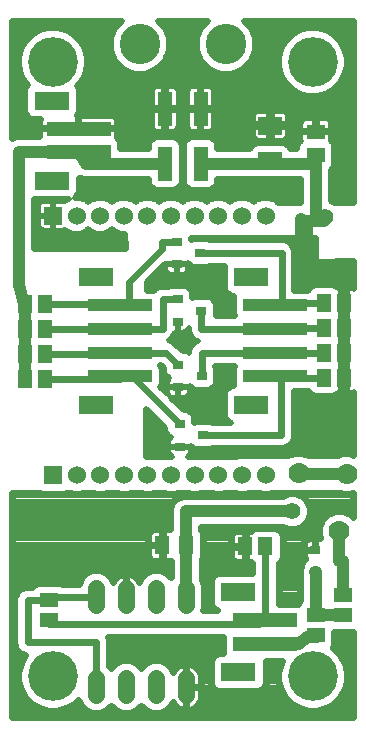
<source format=gbl>
G75*
G70*
%OFA0B0*%
%FSLAX24Y24*%
%IPPOS*%
%LPD*%
%AMOC8*
5,1,8,0,0,1.08239X$1,22.5*
%
%ADD10R,0.0787X0.0591*%
%ADD11R,0.0630X0.0512*%
%ADD12C,0.0560*%
%ADD13R,0.0512X0.0630*%
%ADD14R,0.0600X0.0600*%
%ADD15C,0.0600*%
%ADD16R,0.0354X0.0315*%
%ADD17R,0.0512X0.0591*%
%ADD18R,0.2165X0.0394*%
%ADD19R,0.1181X0.0630*%
%ADD20R,0.2165X0.0472*%
%ADD21R,0.0591X0.0512*%
%ADD22R,0.0500X0.1150*%
%ADD23C,0.1349*%
%ADD24C,0.1660*%
%ADD25C,0.0200*%
%ADD26C,0.0700*%
%ADD27C,0.0400*%
%ADD28C,0.0240*%
%ADD29C,0.0554*%
%ADD30C,0.0436*%
D10*
X009060Y018998D03*
X009060Y020179D03*
D11*
X010579Y019990D03*
X010579Y019203D03*
D12*
X006250Y004760D02*
X006250Y004200D01*
X005250Y004200D02*
X005250Y004760D01*
X004250Y004760D02*
X004250Y004200D01*
X003250Y004200D02*
X003250Y004760D01*
X003250Y001760D02*
X003250Y001200D01*
X004250Y001200D02*
X004250Y001760D01*
X005250Y001760D02*
X005250Y001200D01*
X006250Y001200D02*
X006250Y001760D01*
D13*
X006254Y006200D03*
X005466Y006200D03*
D14*
X001815Y008528D03*
X001815Y017189D03*
D15*
X002602Y017189D03*
X003390Y017189D03*
X004177Y017189D03*
X004964Y017189D03*
X005752Y017189D03*
X006539Y017189D03*
X007327Y017189D03*
X008114Y017189D03*
X008901Y017189D03*
X008901Y008528D03*
X008114Y008528D03*
X007327Y008528D03*
X006539Y008528D03*
X005752Y008528D03*
X004964Y008528D03*
X004177Y008528D03*
X003390Y008528D03*
X002602Y008528D03*
D16*
X006036Y009486D03*
X006036Y010234D03*
X005996Y011466D03*
X005996Y012214D03*
X005976Y013646D03*
X005976Y014394D03*
X005936Y015566D03*
X005936Y016314D03*
X006724Y015940D03*
X006764Y014020D03*
X006784Y011840D03*
X006824Y009860D03*
X010566Y006054D03*
X010566Y005306D03*
X011354Y005680D03*
D17*
X008895Y006160D03*
X008225Y006160D03*
X010850Y011784D03*
X010850Y012610D03*
X010850Y013437D03*
X010850Y014264D03*
X011520Y014264D03*
X011520Y013437D03*
X011520Y012610D03*
X011520Y011784D03*
X001559Y011756D03*
X001559Y012583D03*
X001559Y013410D03*
X001559Y014236D03*
X000890Y014236D03*
X000890Y013410D03*
X000890Y012583D03*
X000890Y011756D03*
D18*
X004052Y011831D03*
X004052Y012619D03*
X004052Y013406D03*
X004052Y014193D03*
X009216Y014193D03*
X009216Y013406D03*
X009216Y012619D03*
X009216Y011831D03*
D19*
X008429Y010886D03*
X008429Y015138D03*
X003264Y015138D03*
X001784Y018346D03*
X001784Y021024D03*
X003264Y010886D03*
X007994Y004644D03*
X007994Y001966D03*
D20*
X008880Y002911D03*
X008880Y003699D03*
X002670Y019291D03*
X002670Y020079D03*
D21*
X001690Y004375D03*
X001690Y003705D03*
X010570Y003875D03*
X010570Y003205D03*
X011480Y003885D03*
X011480Y004555D03*
D22*
X006736Y018921D03*
X006736Y020744D03*
X005555Y020744D03*
X005555Y018921D03*
D23*
X004709Y022898D03*
X007583Y022898D03*
D24*
X010476Y022307D03*
X001815Y022307D03*
X001815Y001835D03*
X010476Y001835D03*
D25*
X010338Y009164D02*
X010129Y009250D01*
X009871Y009250D01*
X009658Y009162D01*
X006308Y009152D01*
X006336Y009168D01*
X006374Y009206D01*
X006400Y009251D01*
X006413Y009302D01*
X006413Y009486D01*
X006036Y009486D01*
X005659Y009486D01*
X006036Y009486D01*
X006036Y009486D01*
X006413Y009486D01*
X006413Y009511D01*
X006477Y009448D01*
X006587Y009403D01*
X007061Y009403D01*
X007151Y009440D01*
X009504Y009440D01*
X009658Y009504D01*
X009776Y009622D01*
X009840Y009776D01*
X009840Y011334D01*
X010333Y011334D01*
X010340Y011318D01*
X010424Y011234D01*
X010535Y011188D01*
X011166Y011188D01*
X011276Y011234D01*
X011330Y011288D01*
X011492Y011288D01*
X011492Y011756D01*
X011547Y011756D01*
X011547Y011288D01*
X011802Y011288D01*
X011851Y011301D01*
X011851Y009180D01*
X011729Y009230D01*
X011471Y009230D01*
X011317Y009167D01*
X010338Y009164D01*
X010268Y009193D02*
X011380Y009193D01*
X011820Y009193D02*
X011851Y009193D01*
X011851Y009391D02*
X006413Y009391D01*
X006360Y009193D02*
X009732Y009193D01*
X009743Y009590D02*
X011851Y009590D01*
X011851Y009788D02*
X009840Y009788D01*
X009840Y009987D02*
X011851Y009987D01*
X011851Y010185D02*
X009840Y010185D01*
X009840Y010384D02*
X011851Y010384D01*
X011851Y010582D02*
X009840Y010582D01*
X009840Y010781D02*
X011851Y010781D01*
X011851Y010979D02*
X009840Y010979D01*
X009840Y011178D02*
X011851Y011178D01*
X011547Y011376D02*
X011492Y011376D01*
X011492Y011575D02*
X011547Y011575D01*
X011547Y011812D02*
X011492Y011812D01*
X011492Y012279D01*
X011492Y012582D01*
X011547Y012582D01*
X011547Y011812D01*
X011547Y011972D02*
X011492Y011972D01*
X011492Y012170D02*
X011547Y012170D01*
X011547Y012369D02*
X011492Y012369D01*
X011492Y012567D02*
X011547Y012567D01*
X011547Y012638D02*
X011492Y012638D01*
X011492Y013409D01*
X011547Y013409D01*
X011547Y012942D01*
X011547Y012638D01*
X011547Y012766D02*
X011492Y012766D01*
X011492Y012964D02*
X011547Y012964D01*
X011547Y013163D02*
X011492Y013163D01*
X011492Y013361D02*
X011547Y013361D01*
X011547Y013465D02*
X011492Y013465D01*
X011492Y013932D01*
X011492Y014236D01*
X011547Y014236D01*
X011547Y013465D01*
X011547Y013560D02*
X011492Y013560D01*
X011492Y013758D02*
X011547Y013758D01*
X011547Y013957D02*
X011492Y013957D01*
X011492Y014155D02*
X011547Y014155D01*
X011547Y014292D02*
X011492Y014292D01*
X011492Y014759D01*
X011330Y014759D01*
X011276Y014813D01*
X011166Y014859D01*
X010535Y014859D01*
X010424Y014813D01*
X010340Y014729D01*
X010324Y014690D01*
X009860Y014690D01*
X009860Y016024D01*
X009796Y016178D01*
X009678Y016296D01*
X009524Y016360D01*
X007051Y016360D01*
X006961Y016397D01*
X006487Y016397D01*
X006413Y016367D01*
X006413Y016435D01*
X010570Y016450D01*
X010570Y015640D01*
X011851Y015659D01*
X011851Y014746D01*
X011802Y014759D01*
X011547Y014759D01*
X011547Y014292D01*
X011547Y014354D02*
X011492Y014354D01*
X011492Y014552D02*
X011547Y014552D01*
X011547Y014751D02*
X011492Y014751D01*
X011834Y014751D02*
X011851Y014751D01*
X011851Y014949D02*
X009860Y014949D01*
X009860Y014751D02*
X010361Y014751D01*
X009860Y015148D02*
X011851Y015148D01*
X011851Y015346D02*
X009860Y015346D01*
X009860Y015545D02*
X011851Y015545D01*
X011851Y017610D02*
X011226Y017610D01*
X011217Y017619D01*
X011079Y017676D01*
X011079Y018708D01*
X011148Y018777D01*
X011194Y018887D01*
X011194Y019518D01*
X011148Y019629D01*
X011089Y019688D01*
X011094Y019708D01*
X011094Y019962D01*
X010607Y019962D01*
X010607Y020018D01*
X011094Y020018D01*
X011094Y020272D01*
X011080Y020323D01*
X011054Y020369D01*
X011017Y020406D01*
X010971Y020432D01*
X010920Y020446D01*
X010607Y020446D01*
X010607Y020018D01*
X010551Y020018D01*
X010551Y019962D01*
X010064Y019962D01*
X010064Y019708D01*
X010069Y019688D01*
X010010Y019629D01*
X009964Y019518D01*
X009964Y019421D01*
X009726Y019421D01*
X009708Y019463D01*
X009624Y019548D01*
X009514Y019593D01*
X008607Y019593D01*
X008497Y019548D01*
X008412Y019463D01*
X008395Y019421D01*
X007286Y019421D01*
X007286Y019556D01*
X007240Y019666D01*
X007156Y019751D01*
X007046Y019796D01*
X006426Y019796D01*
X006316Y019751D01*
X006232Y019666D01*
X006186Y019556D01*
X006186Y018287D01*
X006232Y018177D01*
X006316Y018092D01*
X006426Y018047D01*
X007046Y018047D01*
X007156Y018092D01*
X007240Y018177D01*
X007286Y018287D01*
X007286Y018421D01*
X008562Y018421D01*
X008607Y018403D01*
X009514Y018403D01*
X009559Y018421D01*
X010079Y018421D01*
X010079Y017610D01*
X009329Y017610D01*
X009241Y017698D01*
X009021Y017789D01*
X008782Y017789D01*
X008562Y017698D01*
X008508Y017644D01*
X008454Y017698D01*
X008233Y017789D01*
X007995Y017789D01*
X007774Y017698D01*
X007720Y017644D01*
X007666Y017698D01*
X007446Y017789D01*
X007207Y017789D01*
X006987Y017698D01*
X006933Y017644D01*
X006879Y017698D01*
X006659Y017789D01*
X006420Y017789D01*
X006199Y017698D01*
X006146Y017644D01*
X006092Y017698D01*
X005871Y017789D01*
X005632Y017789D01*
X005412Y017698D01*
X005358Y017644D01*
X005304Y017698D01*
X005084Y017789D01*
X004845Y017789D01*
X004625Y017698D01*
X004571Y017644D01*
X004517Y017698D01*
X004296Y017789D01*
X004058Y017789D01*
X003837Y017698D01*
X003783Y017644D01*
X003729Y017698D01*
X003509Y017789D01*
X003270Y017789D01*
X003050Y017698D01*
X002996Y017644D01*
X002942Y017698D01*
X002722Y017789D01*
X002557Y017789D01*
X002629Y017861D01*
X002675Y017972D01*
X002675Y018456D01*
X002684Y018450D01*
X002745Y018435D01*
X002803Y018411D01*
X002840Y018411D01*
X002877Y018402D01*
X002939Y018412D01*
X005005Y018419D01*
X005005Y018287D01*
X005051Y018177D01*
X005135Y018092D01*
X005245Y018047D01*
X005865Y018047D01*
X005975Y018092D01*
X006059Y018177D01*
X006105Y018287D01*
X006105Y019556D01*
X006059Y019666D01*
X005975Y019751D01*
X005865Y019796D01*
X005245Y019796D01*
X005135Y019751D01*
X005051Y019666D01*
X005005Y019556D01*
X005005Y019419D01*
X004053Y019416D01*
X004053Y019587D01*
X004007Y019697D01*
X003939Y019765D01*
X003953Y019816D01*
X003953Y020061D01*
X002688Y020061D01*
X002688Y020097D01*
X002652Y020097D01*
X002652Y020515D01*
X002605Y020515D01*
X002629Y020539D01*
X002675Y020649D01*
X002675Y021398D01*
X002629Y021508D01*
X002622Y021516D01*
X002719Y021613D01*
X002868Y021871D01*
X002945Y022158D01*
X002945Y022456D01*
X002868Y022743D01*
X002719Y023001D01*
X002509Y023211D01*
X002251Y023360D01*
X001964Y023437D01*
X001666Y023437D01*
X001379Y023360D01*
X001121Y023211D01*
X000911Y023001D01*
X000762Y022743D01*
X000685Y022456D01*
X000685Y022158D01*
X000762Y021871D01*
X000911Y021613D01*
X000978Y021547D01*
X000939Y021508D01*
X000894Y021398D01*
X000894Y020649D01*
X000939Y020539D01*
X001024Y020454D01*
X001134Y020409D01*
X001411Y020409D01*
X001401Y020392D01*
X001387Y020341D01*
X001387Y020097D01*
X002652Y020097D01*
X002652Y020061D01*
X001387Y020061D01*
X001387Y019816D01*
X001394Y019791D01*
X000574Y019791D01*
X000440Y019736D01*
X000440Y023682D01*
X004115Y023682D01*
X003882Y023450D01*
X003734Y023092D01*
X003734Y022704D01*
X003882Y022346D01*
X004157Y022072D01*
X004515Y021923D01*
X004902Y021923D01*
X005260Y022072D01*
X005535Y022346D01*
X005683Y022704D01*
X005683Y023092D01*
X005535Y023450D01*
X005302Y023682D01*
X006989Y023682D01*
X006756Y023450D01*
X006608Y023092D01*
X006608Y022704D01*
X006756Y022346D01*
X007031Y022072D01*
X007389Y021923D01*
X007776Y021923D01*
X008134Y022072D01*
X008409Y022346D01*
X008557Y022704D01*
X008557Y023092D01*
X008409Y023450D01*
X008176Y023682D01*
X011851Y023682D01*
X011851Y017610D01*
X011851Y017728D02*
X011079Y017728D01*
X011079Y017927D02*
X011851Y017927D01*
X011851Y018125D02*
X011079Y018125D01*
X011079Y018324D02*
X011851Y018324D01*
X011851Y018522D02*
X011079Y018522D01*
X011092Y018721D02*
X011851Y018721D01*
X011851Y018919D02*
X011194Y018919D01*
X011194Y019118D02*
X011851Y019118D01*
X011851Y019316D02*
X011194Y019316D01*
X011194Y019515D02*
X011851Y019515D01*
X011851Y019713D02*
X011094Y019713D01*
X011094Y019912D02*
X011851Y019912D01*
X011851Y020110D02*
X011094Y020110D01*
X011084Y020309D02*
X011851Y020309D01*
X011851Y020507D02*
X009652Y020507D01*
X009654Y020501D02*
X009640Y020552D01*
X009614Y020597D01*
X009577Y020634D01*
X009531Y020661D01*
X009480Y020674D01*
X009108Y020674D01*
X009108Y020227D01*
X009013Y020227D01*
X009013Y020674D01*
X008640Y020674D01*
X008589Y020661D01*
X008544Y020634D01*
X008507Y020597D01*
X008480Y020552D01*
X008467Y020501D01*
X008467Y020227D01*
X009013Y020227D01*
X009013Y020131D01*
X009108Y020131D01*
X009108Y019684D01*
X009480Y019684D01*
X009531Y019697D01*
X009577Y019724D01*
X009614Y019761D01*
X009640Y019807D01*
X009654Y019858D01*
X009654Y020131D01*
X009108Y020131D01*
X009108Y020227D01*
X009654Y020227D01*
X009654Y020501D01*
X009654Y020309D02*
X010074Y020309D01*
X010078Y020323D02*
X010064Y020272D01*
X010064Y020018D01*
X010551Y020018D01*
X010551Y020446D01*
X010238Y020446D01*
X010187Y020432D01*
X010141Y020406D01*
X010104Y020369D01*
X010078Y020323D01*
X010064Y020110D02*
X009654Y020110D01*
X009654Y019912D02*
X010064Y019912D01*
X010064Y019713D02*
X009558Y019713D01*
X009657Y019515D02*
X009964Y019515D01*
X010551Y020110D02*
X010607Y020110D01*
X010607Y020309D02*
X010551Y020309D01*
X010625Y021177D02*
X010327Y021177D01*
X010040Y021254D01*
X009782Y021403D01*
X009572Y021613D01*
X009423Y021871D01*
X009346Y022158D01*
X009346Y022456D01*
X009423Y022743D01*
X009572Y023001D01*
X009782Y023211D01*
X010040Y023360D01*
X010327Y023437D01*
X010625Y023437D01*
X010912Y023360D01*
X011170Y023211D01*
X011380Y023001D01*
X011529Y022743D01*
X011606Y022456D01*
X011606Y022158D01*
X011529Y021871D01*
X011380Y021613D01*
X011170Y021403D01*
X010912Y021254D01*
X010625Y021177D01*
X010993Y021301D02*
X011851Y021301D01*
X011851Y021103D02*
X007186Y021103D01*
X007186Y021301D02*
X009959Y021301D01*
X009686Y021500D02*
X007073Y021500D01*
X007063Y021505D02*
X007012Y021519D01*
X006761Y021519D01*
X006761Y020769D01*
X007186Y020769D01*
X007186Y021345D01*
X007172Y021396D01*
X007146Y021442D01*
X007109Y021479D01*
X007063Y021505D01*
X007007Y022095D02*
X005284Y022095D01*
X005482Y022294D02*
X006809Y022294D01*
X006696Y022492D02*
X005595Y022492D01*
X005677Y022691D02*
X006614Y022691D01*
X006608Y022889D02*
X005683Y022889D01*
X005683Y023088D02*
X006608Y023088D01*
X006689Y023286D02*
X005602Y023286D01*
X005500Y023485D02*
X006791Y023485D01*
X006711Y021519D02*
X006460Y021519D01*
X006409Y021505D01*
X006363Y021479D01*
X006326Y021442D01*
X006300Y021396D01*
X006286Y021345D01*
X006286Y020769D01*
X006711Y020769D01*
X006711Y020719D01*
X006761Y020719D01*
X006761Y019969D01*
X007012Y019969D01*
X007063Y019983D01*
X007109Y020009D01*
X007146Y020047D01*
X007172Y020092D01*
X007186Y020143D01*
X007186Y020719D01*
X006761Y020719D01*
X006761Y020769D01*
X006711Y020769D01*
X006711Y021519D01*
X006711Y021500D02*
X006761Y021500D01*
X006761Y021301D02*
X006711Y021301D01*
X006711Y021103D02*
X006761Y021103D01*
X006761Y020904D02*
X006711Y020904D01*
X006711Y020719D02*
X006286Y020719D01*
X006286Y020143D01*
X006300Y020092D01*
X006326Y020047D01*
X006363Y020009D01*
X006409Y019983D01*
X006460Y019969D01*
X006711Y019969D01*
X006711Y020719D01*
X006711Y020706D02*
X006761Y020706D01*
X006761Y020507D02*
X006711Y020507D01*
X006711Y020309D02*
X006761Y020309D01*
X006761Y020110D02*
X006711Y020110D01*
X006295Y020110D02*
X005996Y020110D01*
X005991Y020092D02*
X006005Y020143D01*
X006005Y020719D01*
X005580Y020719D01*
X005580Y019969D01*
X005831Y019969D01*
X005882Y019983D01*
X005928Y020009D01*
X005965Y020047D01*
X005991Y020092D01*
X006005Y020309D02*
X006286Y020309D01*
X006286Y020507D02*
X006005Y020507D01*
X006005Y020706D02*
X006286Y020706D01*
X006286Y020904D02*
X006005Y020904D01*
X006005Y020769D02*
X006005Y021345D01*
X005991Y021396D01*
X005965Y021442D01*
X005928Y021479D01*
X005882Y021505D01*
X005831Y021519D01*
X005580Y021519D01*
X005580Y020769D01*
X006005Y020769D01*
X006005Y021103D02*
X006286Y021103D01*
X006286Y021301D02*
X006005Y021301D01*
X005892Y021500D02*
X006399Y021500D01*
X005580Y021500D02*
X005530Y021500D01*
X005530Y021519D02*
X005279Y021519D01*
X005228Y021505D01*
X005182Y021479D01*
X005145Y021442D01*
X005119Y021396D01*
X005105Y021345D01*
X005105Y020769D01*
X005530Y020769D01*
X005530Y020719D01*
X005580Y020719D01*
X005580Y020769D01*
X005530Y020769D01*
X005530Y021519D01*
X005530Y021301D02*
X005580Y021301D01*
X005580Y021103D02*
X005530Y021103D01*
X005530Y020904D02*
X005580Y020904D01*
X005530Y020719D02*
X005105Y020719D01*
X005105Y020143D01*
X005119Y020092D01*
X005145Y020047D01*
X005182Y020009D01*
X005228Y019983D01*
X005279Y019969D01*
X005530Y019969D01*
X005530Y020719D01*
X005530Y020706D02*
X005580Y020706D01*
X005580Y020507D02*
X005530Y020507D01*
X005530Y020309D02*
X005580Y020309D01*
X005580Y020110D02*
X005530Y020110D01*
X005114Y020110D02*
X003953Y020110D01*
X003953Y020097D02*
X003953Y020341D01*
X003939Y020392D01*
X003913Y020438D01*
X003876Y020475D01*
X003830Y020501D01*
X003779Y020515D01*
X002688Y020515D01*
X002688Y020097D01*
X003953Y020097D01*
X003953Y019912D02*
X008467Y019912D01*
X008467Y019858D02*
X008467Y020131D01*
X009013Y020131D01*
X009013Y019684D01*
X008640Y019684D01*
X008589Y019697D01*
X008544Y019724D01*
X008507Y019761D01*
X008480Y019807D01*
X008467Y019858D01*
X008563Y019713D02*
X007194Y019713D01*
X007286Y019515D02*
X008464Y019515D01*
X008467Y020110D02*
X007177Y020110D01*
X007186Y020309D02*
X008467Y020309D01*
X008468Y020507D02*
X007186Y020507D01*
X007186Y020706D02*
X011851Y020706D01*
X011851Y020904D02*
X007186Y020904D01*
X006279Y019713D02*
X006012Y019713D01*
X006105Y019515D02*
X006186Y019515D01*
X006186Y019316D02*
X006105Y019316D01*
X006105Y019118D02*
X006186Y019118D01*
X006186Y018919D02*
X006105Y018919D01*
X006105Y018721D02*
X006186Y018721D01*
X006186Y018522D02*
X006105Y018522D01*
X006105Y018324D02*
X006186Y018324D01*
X006283Y018125D02*
X006008Y018125D01*
X006019Y017728D02*
X006272Y017728D01*
X006806Y017728D02*
X007060Y017728D01*
X007189Y018125D02*
X010079Y018125D01*
X010079Y017927D02*
X002656Y017927D01*
X002675Y018125D02*
X005102Y018125D01*
X005005Y018324D02*
X002675Y018324D01*
X002869Y017728D02*
X003123Y017728D01*
X003656Y017728D02*
X003910Y017728D01*
X003783Y016734D02*
X003837Y016680D01*
X004058Y016589D01*
X004217Y016589D01*
X004237Y016078D01*
X001173Y016078D01*
X001173Y017731D01*
X002344Y017731D01*
X002262Y017698D01*
X002222Y017658D01*
X002192Y017676D01*
X002141Y017689D01*
X001815Y017689D01*
X001815Y017189D01*
X001815Y016689D01*
X002141Y016689D01*
X002192Y016703D01*
X002222Y016720D01*
X002262Y016680D01*
X002483Y016589D01*
X002722Y016589D01*
X002942Y016680D01*
X002996Y016734D01*
X003050Y016680D01*
X003270Y016589D01*
X003509Y016589D01*
X003729Y016680D01*
X003783Y016734D01*
X004219Y016537D02*
X001173Y016537D01*
X001173Y016339D02*
X004227Y016339D01*
X004235Y016140D02*
X001173Y016140D01*
X001173Y016736D02*
X001386Y016736D01*
X001392Y016729D02*
X001438Y016703D01*
X001488Y016689D01*
X001815Y016689D01*
X001815Y017189D01*
X001815Y017189D01*
X001815Y017189D01*
X001315Y017189D01*
X001315Y016863D01*
X001328Y016812D01*
X001355Y016766D01*
X001392Y016729D01*
X001315Y016934D02*
X001173Y016934D01*
X001173Y017133D02*
X001315Y017133D01*
X001315Y017189D02*
X001815Y017189D01*
X001815Y017189D01*
X001815Y017689D01*
X001488Y017689D01*
X001438Y017676D01*
X001392Y017649D01*
X001355Y017612D01*
X001328Y017566D01*
X001315Y017515D01*
X001315Y017189D01*
X001315Y017331D02*
X001173Y017331D01*
X001173Y017530D02*
X001319Y017530D01*
X001173Y017728D02*
X002335Y017728D01*
X001815Y017530D02*
X001815Y017530D01*
X001815Y017331D02*
X001815Y017331D01*
X001815Y017133D02*
X001815Y017133D01*
X001815Y016934D02*
X001815Y016934D01*
X001815Y016736D02*
X001815Y016736D01*
X001387Y019912D02*
X000440Y019912D01*
X000440Y020110D02*
X001387Y020110D01*
X001387Y020309D02*
X000440Y020309D01*
X000440Y020507D02*
X000971Y020507D01*
X000894Y020706D02*
X000440Y020706D01*
X000440Y020904D02*
X000894Y020904D01*
X000894Y021103D02*
X000440Y021103D01*
X000440Y021301D02*
X000894Y021301D01*
X000936Y021500D02*
X000440Y021500D01*
X000440Y021698D02*
X000862Y021698D01*
X000755Y021897D02*
X000440Y021897D01*
X000440Y022095D02*
X000702Y022095D01*
X000685Y022294D02*
X000440Y022294D01*
X000440Y022492D02*
X000695Y022492D01*
X000748Y022691D02*
X000440Y022691D01*
X000440Y022889D02*
X000846Y022889D01*
X000997Y023088D02*
X000440Y023088D01*
X000440Y023286D02*
X001250Y023286D01*
X000440Y023485D02*
X003917Y023485D01*
X003815Y023286D02*
X002379Y023286D01*
X002632Y023088D02*
X003734Y023088D01*
X003734Y022889D02*
X002784Y022889D01*
X002882Y022691D02*
X003740Y022691D01*
X003822Y022492D02*
X002935Y022492D01*
X002945Y022294D02*
X003935Y022294D01*
X004133Y022095D02*
X002928Y022095D01*
X002875Y021897D02*
X009416Y021897D01*
X009363Y022095D02*
X008158Y022095D01*
X008356Y022294D02*
X009346Y022294D01*
X009356Y022492D02*
X008469Y022492D01*
X008551Y022691D02*
X009409Y022691D01*
X009507Y022889D02*
X008557Y022889D01*
X008557Y023088D02*
X009659Y023088D01*
X009912Y023286D02*
X008476Y023286D01*
X008374Y023485D02*
X011851Y023485D01*
X011851Y023286D02*
X011041Y023286D01*
X011294Y023088D02*
X011851Y023088D01*
X011851Y022889D02*
X011445Y022889D01*
X011543Y022691D02*
X011851Y022691D01*
X011851Y022492D02*
X011596Y022492D01*
X011606Y022294D02*
X011851Y022294D01*
X011851Y022095D02*
X011589Y022095D01*
X011536Y021897D02*
X011851Y021897D01*
X011851Y021698D02*
X011429Y021698D01*
X011266Y021500D02*
X011851Y021500D01*
X010079Y018324D02*
X007286Y018324D01*
X007593Y017728D02*
X007847Y017728D01*
X008381Y017728D02*
X008635Y017728D01*
X009168Y017728D02*
X010079Y017728D01*
X010570Y016339D02*
X009575Y016339D01*
X009812Y016140D02*
X010570Y016140D01*
X010570Y015942D02*
X009860Y015942D01*
X009860Y015743D02*
X010570Y015743D01*
X009108Y019713D02*
X009013Y019713D01*
X009013Y019912D02*
X009108Y019912D01*
X009108Y020110D02*
X009013Y020110D01*
X009013Y020309D02*
X009108Y020309D01*
X009108Y020507D02*
X009013Y020507D01*
X009523Y021698D02*
X002768Y021698D01*
X002633Y021500D02*
X005218Y021500D01*
X005105Y021301D02*
X002675Y021301D01*
X002675Y021103D02*
X005105Y021103D01*
X005105Y020904D02*
X002675Y020904D01*
X002675Y020706D02*
X005105Y020706D01*
X005105Y020507D02*
X003808Y020507D01*
X003953Y020309D02*
X005105Y020309D01*
X005098Y019713D02*
X003991Y019713D01*
X004053Y019515D02*
X005005Y019515D01*
X005231Y017728D02*
X005485Y017728D01*
X004698Y017728D02*
X004444Y017728D01*
X005559Y015585D02*
X005559Y015566D01*
X005936Y015566D01*
X005559Y015566D01*
X005559Y015382D01*
X005573Y015331D01*
X005599Y015286D01*
X005636Y015248D01*
X005682Y015222D01*
X005733Y015209D01*
X005936Y015209D01*
X005936Y015566D01*
X005936Y015566D01*
X005936Y015566D01*
X005936Y015209D01*
X006140Y015209D01*
X006191Y015222D01*
X006236Y015248D01*
X006274Y015286D01*
X006300Y015331D01*
X006313Y015382D01*
X006313Y015566D01*
X005936Y015566D01*
X006313Y015566D01*
X006313Y015591D01*
X006377Y015528D01*
X006487Y015483D01*
X006961Y015483D01*
X007051Y015520D01*
X007541Y015520D01*
X007538Y015513D01*
X007538Y014764D01*
X007584Y014653D01*
X007668Y014569D01*
X007779Y014523D01*
X007864Y014523D01*
X007834Y014450D01*
X007834Y013937D01*
X007879Y013827D01*
X007880Y013826D01*
X007241Y013826D01*
X007241Y014237D01*
X007195Y014347D01*
X007111Y014432D01*
X007001Y014477D01*
X006527Y014477D01*
X006453Y014447D01*
X006453Y014611D01*
X006408Y014721D01*
X006323Y014806D01*
X006213Y014851D01*
X005739Y014851D01*
X005649Y014814D01*
X005385Y014814D01*
X005230Y014750D01*
X005171Y014690D01*
X004937Y014690D01*
X004937Y014963D01*
X005559Y015585D01*
X005559Y015545D02*
X005518Y015545D01*
X005569Y015346D02*
X005320Y015346D01*
X005121Y015148D02*
X007538Y015148D01*
X007538Y015346D02*
X006304Y015346D01*
X006313Y015545D02*
X006360Y015545D01*
X005936Y015545D02*
X005936Y015545D01*
X005936Y015566D02*
X005936Y015566D01*
X005936Y015346D02*
X005936Y015346D01*
X006379Y014751D02*
X007544Y014751D01*
X007538Y014949D02*
X004937Y014949D01*
X004937Y014751D02*
X005232Y014751D01*
X005976Y013646D02*
X005976Y013289D01*
X005873Y013289D01*
X005824Y013172D01*
X005706Y013054D01*
X005670Y013039D01*
X005675Y013039D01*
X005830Y012975D01*
X005948Y012857D01*
X006133Y012671D01*
X006233Y012671D01*
X006343Y012626D01*
X006364Y012606D01*
X006364Y012694D01*
X006428Y012848D01*
X006546Y012966D01*
X006637Y013004D01*
X006526Y013050D01*
X006408Y013168D01*
X006344Y013323D01*
X006344Y013426D01*
X006340Y013411D01*
X006314Y013366D01*
X006276Y013328D01*
X006231Y013302D01*
X006180Y013289D01*
X005976Y013289D01*
X005976Y013646D01*
X005976Y013646D01*
X005976Y013560D02*
X005976Y013560D01*
X005976Y013361D02*
X005976Y013361D01*
X005815Y013163D02*
X006413Y013163D01*
X006344Y013361D02*
X006309Y013361D01*
X006543Y012964D02*
X005840Y012964D01*
X006039Y012766D02*
X006393Y012766D01*
X005696Y011783D02*
X005659Y011746D01*
X005633Y011701D01*
X005619Y011650D01*
X005619Y011466D01*
X005996Y011466D01*
X005619Y011466D01*
X005619Y011282D01*
X005633Y011232D01*
X005392Y011472D01*
X005434Y011575D01*
X005434Y012088D01*
X005389Y012198D01*
X005388Y012199D01*
X005418Y012199D01*
X005519Y012097D01*
X005519Y011997D01*
X005565Y011887D01*
X005649Y011802D01*
X005696Y011783D01*
X005686Y011773D02*
X005434Y011773D01*
X005434Y011575D02*
X005619Y011575D01*
X005619Y011376D02*
X005488Y011376D01*
X005742Y011122D02*
X005793Y011109D01*
X005996Y011109D01*
X005996Y011466D01*
X005996Y011466D01*
X005996Y011466D01*
X005996Y011109D01*
X006200Y011109D01*
X006251Y011122D01*
X006296Y011148D01*
X006334Y011186D01*
X006360Y011231D01*
X006373Y011282D01*
X006373Y011466D01*
X005996Y011466D01*
X006373Y011466D01*
X006373Y011491D01*
X006437Y011428D01*
X006547Y011383D01*
X007021Y011383D01*
X007131Y011428D01*
X007215Y011513D01*
X007261Y011623D01*
X007261Y012057D01*
X007215Y012167D01*
X007204Y012179D01*
X007204Y012190D01*
X007876Y012190D01*
X007834Y012088D01*
X007834Y011575D01*
X007864Y011501D01*
X007779Y011501D01*
X007668Y011456D01*
X007584Y011371D01*
X007538Y011261D01*
X007538Y010512D01*
X007584Y010401D01*
X007668Y010317D01*
X007758Y010280D01*
X007151Y010280D01*
X007061Y010317D01*
X006587Y010317D01*
X006513Y010287D01*
X006513Y010451D01*
X006468Y010561D01*
X006383Y010646D01*
X006273Y010691D01*
X006173Y010691D01*
X005742Y011122D01*
X005885Y010979D02*
X007538Y010979D01*
X007538Y010781D02*
X006084Y010781D01*
X005996Y011178D02*
X005996Y011178D01*
X005996Y011376D02*
X005996Y011376D01*
X005996Y011466D02*
X005996Y011466D01*
X006373Y011376D02*
X007589Y011376D01*
X007538Y011178D02*
X006325Y011178D01*
X006447Y010582D02*
X007538Y010582D01*
X007602Y010384D02*
X006513Y010384D01*
X006036Y009486D02*
X006036Y009486D01*
X005767Y009151D02*
X004921Y009148D01*
X004926Y010751D01*
X005559Y010117D01*
X005559Y010017D01*
X005605Y009907D01*
X005689Y009822D01*
X005736Y009803D01*
X005699Y009766D01*
X005673Y009721D01*
X005659Y009670D01*
X005659Y009486D01*
X005659Y009302D01*
X005673Y009251D01*
X005699Y009206D01*
X005736Y009168D01*
X005767Y009151D01*
X005712Y009193D02*
X004921Y009193D01*
X004922Y009391D02*
X005659Y009391D01*
X005659Y009590D02*
X004923Y009590D01*
X004923Y009788D02*
X005721Y009788D01*
X005572Y009987D02*
X004924Y009987D01*
X004924Y010185D02*
X005491Y010185D01*
X005293Y010384D02*
X004925Y010384D01*
X004925Y010582D02*
X005094Y010582D01*
X005434Y011972D02*
X005530Y011972D01*
X005446Y012170D02*
X005400Y012170D01*
X006453Y014552D02*
X007710Y014552D01*
X007834Y014354D02*
X007189Y014354D01*
X007241Y014155D02*
X007834Y014155D01*
X007834Y013957D02*
X007241Y013957D01*
X007213Y012170D02*
X007868Y012170D01*
X007834Y011972D02*
X007261Y011972D01*
X007261Y011773D02*
X007834Y011773D01*
X007834Y011575D02*
X007241Y011575D01*
X002688Y020110D02*
X002652Y020110D01*
X002652Y020309D02*
X002688Y020309D01*
X002688Y020507D02*
X002652Y020507D01*
D26*
X010000Y008600D03*
X011350Y006660D03*
X011600Y008580D03*
D27*
X011580Y008590D02*
X010000Y008590D01*
X009780Y007330D02*
X006240Y007330D01*
X006240Y006200D01*
X006254Y006200D02*
X006254Y004484D01*
X008880Y002911D02*
X010031Y002911D01*
X010270Y003150D01*
X010605Y003150D01*
X010570Y003205D01*
X010570Y003875D02*
X010570Y003885D01*
X010570Y005306D01*
X010566Y005306D01*
X010570Y003885D02*
X011480Y003885D01*
X011480Y004555D02*
X011480Y005680D01*
X011354Y005680D01*
X011354Y006660D01*
X011350Y006660D01*
X011500Y011220D02*
X011500Y014840D01*
X011490Y014840D01*
X010840Y017020D02*
X010280Y017020D01*
X010280Y016340D01*
X010250Y016340D01*
X010250Y016310D01*
X010080Y016310D01*
X010080Y017070D01*
X010579Y017130D02*
X010579Y018921D01*
X010579Y019203D01*
X010579Y018921D02*
X006736Y018921D01*
X005555Y018921D02*
X002900Y018911D01*
X002670Y019291D01*
X000673Y019291D01*
X000673Y014890D01*
X000860Y014236D01*
X000890Y014236D01*
X000890Y013410D01*
X000890Y012583D01*
X000890Y011756D01*
X010579Y017130D02*
X010890Y017130D01*
D28*
X000460Y007937D02*
X000460Y000480D01*
X011831Y000480D01*
X011831Y003309D01*
X011185Y003309D01*
X011185Y002886D01*
X011141Y002779D01*
X011182Y002755D01*
X011396Y002541D01*
X011548Y002279D01*
X011626Y001986D01*
X011626Y001683D01*
X011548Y001391D01*
X011396Y001129D01*
X011182Y000915D01*
X010920Y000763D01*
X010628Y000685D01*
X010325Y000685D01*
X010032Y000763D01*
X009770Y000915D01*
X009556Y001129D01*
X009405Y001391D01*
X009326Y001683D01*
X009326Y001986D01*
X009405Y002279D01*
X009449Y002355D01*
X008901Y002355D01*
X008905Y002345D01*
X008905Y001588D01*
X008856Y001470D01*
X008766Y001380D01*
X008648Y001331D01*
X007340Y001331D01*
X007222Y001380D01*
X007132Y001470D01*
X007084Y001588D01*
X007084Y002345D01*
X007132Y002463D01*
X007222Y002553D01*
X007340Y002601D01*
X007482Y002601D01*
X007477Y002611D01*
X007477Y003147D01*
X003657Y003147D01*
X003690Y003068D01*
X003690Y002169D01*
X003750Y002109D01*
X003910Y002269D01*
X004131Y002360D01*
X004369Y002360D01*
X004590Y002269D01*
X004750Y002109D01*
X004910Y002269D01*
X005131Y002360D01*
X005369Y002360D01*
X005590Y002269D01*
X005759Y002100D01*
X005805Y001988D01*
X005822Y002022D01*
X005869Y002086D01*
X005924Y002141D01*
X005988Y002188D01*
X006058Y002223D01*
X006133Y002248D01*
X006211Y002260D01*
X006250Y002260D01*
X006250Y001480D01*
X006250Y001480D01*
X006750Y001480D01*
X006750Y001799D01*
X006738Y001877D01*
X006713Y001952D01*
X006678Y002022D01*
X006631Y002086D01*
X006576Y002141D01*
X006512Y002188D01*
X006442Y002223D01*
X006367Y002248D01*
X006289Y002260D01*
X006250Y002260D01*
X006250Y001480D01*
X006250Y001480D01*
X006750Y001480D01*
X006750Y001161D01*
X006738Y001083D01*
X006713Y001008D01*
X006678Y000938D01*
X006631Y000874D01*
X006576Y000819D01*
X006512Y000772D01*
X006442Y000737D01*
X006367Y000712D01*
X006289Y000700D01*
X006250Y000700D01*
X006250Y001480D01*
X006250Y001480D01*
X006250Y000700D01*
X006211Y000700D01*
X006133Y000712D01*
X006058Y000737D01*
X005988Y000772D01*
X005924Y000819D01*
X005869Y000874D01*
X005822Y000938D01*
X005805Y000972D01*
X005759Y000860D01*
X005590Y000691D01*
X005369Y000600D01*
X005131Y000600D01*
X004910Y000691D01*
X004750Y000851D01*
X004590Y000691D01*
X004369Y000600D01*
X004131Y000600D01*
X003910Y000691D01*
X003750Y000851D01*
X003590Y000691D01*
X003369Y000600D01*
X003131Y000600D01*
X002910Y000691D01*
X002741Y000860D01*
X002661Y001055D01*
X002521Y000915D01*
X002259Y000763D01*
X001966Y000685D01*
X001663Y000685D01*
X001371Y000763D01*
X001109Y000915D01*
X000895Y001129D01*
X000743Y001391D01*
X000665Y001683D01*
X000665Y001986D01*
X000743Y002279D01*
X000894Y002540D01*
X000882Y002540D01*
X000721Y002607D01*
X000597Y002731D01*
X000530Y002892D01*
X000530Y004462D01*
X000597Y004624D01*
X000721Y004748D01*
X000882Y004815D01*
X001126Y004815D01*
X001213Y004902D01*
X001331Y004951D01*
X002049Y004951D01*
X002123Y004920D01*
X002667Y004920D01*
X002741Y005100D01*
X002910Y005269D01*
X003131Y005360D01*
X003369Y005360D01*
X003590Y005269D01*
X003759Y005100D01*
X003805Y004988D01*
X003822Y005022D01*
X003869Y005086D01*
X003924Y005141D01*
X003988Y005188D01*
X004058Y005223D01*
X004133Y005248D01*
X004211Y005260D01*
X004250Y005260D01*
X004250Y004480D01*
X004250Y004480D01*
X004250Y005260D01*
X004289Y005260D01*
X004367Y005248D01*
X004442Y005223D01*
X004512Y005188D01*
X004576Y005141D01*
X004631Y005086D01*
X004678Y005022D01*
X004695Y004988D01*
X004741Y005100D01*
X004910Y005269D01*
X005131Y005360D01*
X005369Y005360D01*
X005590Y005269D01*
X005734Y005125D01*
X005734Y005665D01*
X005474Y005665D01*
X005474Y006192D01*
X005458Y006192D01*
X004990Y006192D01*
X004990Y005856D01*
X005005Y005800D01*
X005034Y005750D01*
X005075Y005709D01*
X005125Y005680D01*
X005181Y005665D01*
X005458Y005665D01*
X005458Y006192D01*
X005458Y006208D01*
X004990Y006208D01*
X004990Y006544D01*
X005005Y006600D01*
X005034Y006650D01*
X005075Y006691D01*
X005125Y006720D01*
X005181Y006735D01*
X005458Y006735D01*
X005458Y006208D01*
X005474Y006208D01*
X005474Y006735D01*
X005720Y006735D01*
X005720Y007433D01*
X005799Y007625D01*
X005945Y007771D01*
X006137Y007850D01*
X009475Y007850D01*
X009661Y007927D01*
X009899Y007927D01*
X010118Y007836D01*
X010286Y007668D01*
X010377Y007449D01*
X010377Y007211D01*
X010286Y006992D01*
X010118Y006824D01*
X009899Y006733D01*
X009661Y006733D01*
X009475Y006810D01*
X006760Y006810D01*
X006760Y006717D01*
X006781Y006696D01*
X006830Y006579D01*
X006830Y005821D01*
X006781Y005704D01*
X006774Y005697D01*
X006774Y005064D01*
X006850Y004879D01*
X006850Y004081D01*
X006828Y004027D01*
X007296Y004027D01*
X007222Y004057D01*
X007132Y004147D01*
X007084Y004265D01*
X007084Y005022D01*
X007132Y005140D01*
X007222Y005230D01*
X007340Y005279D01*
X008455Y005279D01*
X008455Y005596D01*
X008406Y005645D01*
X008233Y005645D01*
X008233Y006152D01*
X008217Y006152D01*
X007749Y006152D01*
X007749Y005836D01*
X007764Y005780D01*
X007793Y005730D01*
X007834Y005689D01*
X007885Y005660D01*
X007940Y005645D01*
X008217Y005645D01*
X008217Y006152D01*
X008217Y006168D01*
X007749Y006168D01*
X007749Y006484D01*
X007764Y006540D01*
X007793Y006590D01*
X007834Y006631D01*
X007885Y006660D01*
X007940Y006675D01*
X008217Y006675D01*
X008217Y006168D01*
X008233Y006168D01*
X008233Y006675D01*
X008406Y006675D01*
X008457Y006727D01*
X008575Y006775D01*
X009214Y006775D01*
X009332Y006727D01*
X009422Y006637D01*
X009471Y006519D01*
X009471Y005801D01*
X009422Y005683D01*
X009335Y005596D01*
X009335Y004255D01*
X009980Y004255D01*
X010003Y004312D01*
X010050Y004358D01*
X010050Y005194D01*
X010046Y005203D01*
X010046Y005409D01*
X010069Y005465D01*
X010069Y005527D01*
X010118Y005645D01*
X010208Y005735D01*
X010230Y005744D01*
X010213Y005761D01*
X010184Y005812D01*
X010169Y005868D01*
X010169Y006054D01*
X010566Y006054D01*
X010566Y006054D01*
X010169Y006054D01*
X010169Y006240D01*
X010184Y006296D01*
X010213Y006347D01*
X010254Y006388D01*
X010304Y006417D01*
X010360Y006431D01*
X010566Y006431D01*
X010566Y006054D01*
X010566Y006054D01*
X010566Y006431D01*
X010719Y006431D01*
X010680Y006527D01*
X010680Y006793D01*
X010782Y007040D01*
X010970Y007228D01*
X011217Y007330D01*
X011483Y007330D01*
X011730Y007228D01*
X011831Y007126D01*
X011831Y007937D01*
X011799Y007937D01*
X011733Y007910D01*
X011467Y007910D01*
X011401Y007937D01*
X010151Y007937D01*
X010133Y007930D01*
X009867Y007930D01*
X009849Y007937D01*
X009096Y007937D01*
X009025Y007908D01*
X008778Y007908D01*
X008707Y007937D01*
X008308Y007937D01*
X008237Y007908D01*
X007991Y007908D01*
X007920Y007937D01*
X007521Y007937D01*
X007450Y007908D01*
X007203Y007908D01*
X007132Y007937D01*
X006734Y007937D01*
X006663Y007908D01*
X006416Y007908D01*
X006345Y007937D01*
X005946Y007937D01*
X005875Y007908D01*
X005628Y007908D01*
X005557Y007937D01*
X005159Y007937D01*
X005088Y007908D01*
X004841Y007908D01*
X004770Y007937D01*
X004371Y007937D01*
X004300Y007908D01*
X004054Y007908D01*
X003983Y007937D01*
X003584Y007937D01*
X003513Y007908D01*
X003266Y007908D01*
X003195Y007937D01*
X002797Y007937D01*
X002726Y007908D01*
X002479Y007908D01*
X002408Y007937D01*
X002250Y007937D01*
X002178Y007908D01*
X001451Y007908D01*
X001380Y007937D01*
X000460Y007937D01*
X000460Y007892D02*
X009576Y007892D01*
X009984Y007892D02*
X011831Y007892D01*
X011831Y007654D02*
X010292Y007654D01*
X010377Y007415D02*
X011831Y007415D01*
X011831Y007177D02*
X011781Y007177D01*
X010919Y007177D02*
X010363Y007177D01*
X010233Y006938D02*
X010740Y006938D01*
X010680Y006700D02*
X009359Y006700D01*
X009471Y006461D02*
X010707Y006461D01*
X010566Y006223D02*
X010566Y006223D01*
X010169Y006223D02*
X009471Y006223D01*
X009471Y005984D02*
X010169Y005984D01*
X010229Y005746D02*
X009448Y005746D01*
X009335Y005507D02*
X010069Y005507D01*
X010046Y005269D02*
X009335Y005269D01*
X009335Y005030D02*
X010050Y005030D01*
X010050Y004792D02*
X009335Y004792D01*
X009335Y004553D02*
X010050Y004553D01*
X010006Y004315D02*
X009335Y004315D01*
X008895Y003713D02*
X008880Y003699D01*
X008680Y003699D01*
X008680Y003587D01*
X001690Y003587D01*
X001690Y003705D01*
X001690Y004375D02*
X000970Y004375D01*
X000970Y002980D01*
X003250Y002980D01*
X003250Y001480D01*
X003691Y002168D02*
X003809Y002168D01*
X003690Y002407D02*
X007109Y002407D01*
X007084Y002168D02*
X006539Y002168D01*
X006250Y002168D02*
X006250Y002168D01*
X006250Y001930D02*
X006250Y001930D01*
X006250Y001691D02*
X006250Y001691D01*
X006250Y001453D02*
X006250Y001453D01*
X006250Y001214D02*
X006250Y001214D01*
X006250Y000976D02*
X006250Y000976D01*
X006250Y000737D02*
X006250Y000737D01*
X006057Y000737D02*
X005636Y000737D01*
X004864Y000737D02*
X004636Y000737D01*
X003864Y000737D02*
X003636Y000737D01*
X002864Y000737D02*
X002161Y000737D01*
X002582Y000976D02*
X002694Y000976D01*
X003690Y002645D02*
X007477Y002645D01*
X007477Y002884D02*
X003690Y002884D01*
X003667Y003122D02*
X007477Y003122D01*
X007204Y004076D02*
X006848Y004076D01*
X006850Y004315D02*
X007084Y004315D01*
X007084Y004553D02*
X006850Y004553D01*
X006850Y004792D02*
X007084Y004792D01*
X007087Y005030D02*
X006788Y005030D01*
X006774Y005269D02*
X007316Y005269D01*
X007749Y005984D02*
X006830Y005984D01*
X006830Y006223D02*
X007749Y006223D01*
X007749Y006461D02*
X006830Y006461D01*
X006778Y006700D02*
X008430Y006700D01*
X008233Y006461D02*
X008217Y006461D01*
X008217Y006223D02*
X008233Y006223D01*
X008217Y005984D02*
X008233Y005984D01*
X008217Y005746D02*
X008233Y005746D01*
X008455Y005507D02*
X006774Y005507D01*
X006798Y005746D02*
X007784Y005746D01*
X008895Y006160D02*
X008895Y003713D01*
X008880Y002911D02*
X008885Y002906D01*
X008905Y002168D02*
X009375Y002168D01*
X009326Y001930D02*
X008905Y001930D01*
X008905Y001691D02*
X009326Y001691D01*
X009388Y001453D02*
X008838Y001453D01*
X009507Y001214D02*
X006750Y001214D01*
X006750Y001453D02*
X007150Y001453D01*
X007084Y001691D02*
X006750Y001691D01*
X006721Y001930D02*
X007084Y001930D01*
X006697Y000976D02*
X009709Y000976D01*
X010130Y000737D02*
X006443Y000737D01*
X005961Y002168D02*
X005691Y002168D01*
X004809Y002168D02*
X004691Y002168D01*
X004250Y004553D02*
X004250Y004553D01*
X004250Y004792D02*
X004250Y004792D01*
X004250Y005030D02*
X004250Y005030D01*
X003828Y005030D02*
X003788Y005030D01*
X003590Y005269D02*
X004910Y005269D01*
X004712Y005030D02*
X004672Y005030D01*
X005039Y005746D02*
X000460Y005746D01*
X000460Y005984D02*
X004990Y005984D01*
X004990Y006223D02*
X000460Y006223D01*
X000460Y006461D02*
X004990Y006461D01*
X005090Y006700D02*
X000460Y006700D01*
X000460Y006938D02*
X005720Y006938D01*
X005720Y007177D02*
X000460Y007177D01*
X000460Y007415D02*
X005720Y007415D01*
X005828Y007654D02*
X000460Y007654D01*
X000460Y005507D02*
X005734Y005507D01*
X005734Y005269D02*
X005590Y005269D01*
X005474Y005746D02*
X005458Y005746D01*
X005458Y005984D02*
X005474Y005984D01*
X005458Y006223D02*
X005474Y006223D01*
X005458Y006461D02*
X005474Y006461D01*
X005458Y006700D02*
X005474Y006700D01*
X006240Y006200D02*
X006254Y006200D01*
X006254Y004484D02*
X006250Y004480D01*
X006824Y009860D02*
X009420Y009860D01*
X009420Y011760D01*
X009420Y011784D01*
X010850Y011784D01*
X010850Y012610D02*
X009216Y012610D01*
X009216Y012619D01*
X009216Y012610D02*
X006784Y012610D01*
X006784Y011840D01*
X005996Y012214D02*
X005592Y012619D01*
X004052Y012619D01*
X004052Y012583D01*
X001559Y012583D01*
X001559Y013410D02*
X004052Y013410D01*
X005468Y013410D01*
X005468Y014394D01*
X005976Y014394D01*
X006764Y014020D02*
X006764Y013406D01*
X009216Y013406D01*
X009216Y013437D01*
X010850Y013437D01*
X010850Y014264D02*
X009440Y014264D01*
X009440Y014190D01*
X009216Y014190D01*
X009216Y014193D01*
X009440Y014264D02*
X009440Y015940D01*
X006724Y015940D01*
X005936Y016314D02*
X005450Y016314D01*
X005450Y016070D01*
X004360Y014980D01*
X004360Y014429D01*
X004352Y014189D01*
X004052Y014193D01*
X004052Y014236D01*
X001559Y014236D01*
X001559Y011756D02*
X004052Y011756D01*
X004052Y011831D01*
X004439Y011831D01*
X006036Y010234D01*
X004052Y013406D02*
X004052Y013410D01*
X002910Y005269D02*
X000460Y005269D01*
X000460Y005030D02*
X002712Y005030D01*
X003250Y004480D02*
X001690Y004480D01*
X001690Y004375D01*
X000827Y004792D02*
X000460Y004792D01*
X000460Y004553D02*
X000568Y004553D01*
X000530Y004315D02*
X000460Y004315D01*
X000460Y004076D02*
X000530Y004076D01*
X000530Y003838D02*
X000460Y003838D01*
X000460Y003599D02*
X000530Y003599D01*
X000530Y003361D02*
X000460Y003361D01*
X000460Y003122D02*
X000530Y003122D01*
X000534Y002884D02*
X000460Y002884D01*
X000460Y002645D02*
X000683Y002645D01*
X000817Y002407D02*
X000460Y002407D01*
X000460Y002168D02*
X000714Y002168D01*
X000665Y001930D02*
X000460Y001930D01*
X000460Y001691D02*
X000665Y001691D01*
X000727Y001453D02*
X000460Y001453D01*
X000460Y001214D02*
X000845Y001214D01*
X001048Y000976D02*
X000460Y000976D01*
X000460Y000737D02*
X001469Y000737D01*
X000460Y000499D02*
X011831Y000499D01*
X011831Y000737D02*
X010822Y000737D01*
X011243Y000976D02*
X011831Y000976D01*
X011831Y001214D02*
X011446Y001214D01*
X011564Y001453D02*
X011831Y001453D01*
X011831Y001691D02*
X011626Y001691D01*
X011626Y001930D02*
X011831Y001930D01*
X011831Y002168D02*
X011577Y002168D01*
X011474Y002407D02*
X011831Y002407D01*
X011831Y002645D02*
X011292Y002645D01*
X011184Y002884D02*
X011831Y002884D01*
X011831Y003122D02*
X011185Y003122D01*
X009420Y011784D02*
X009420Y011840D01*
X009216Y011840D01*
X009216Y011831D01*
D29*
X009780Y007330D03*
X010890Y017130D03*
D30*
X010340Y010490D03*
X006820Y011030D03*
X006160Y013020D03*
X006770Y015030D03*
M02*

</source>
